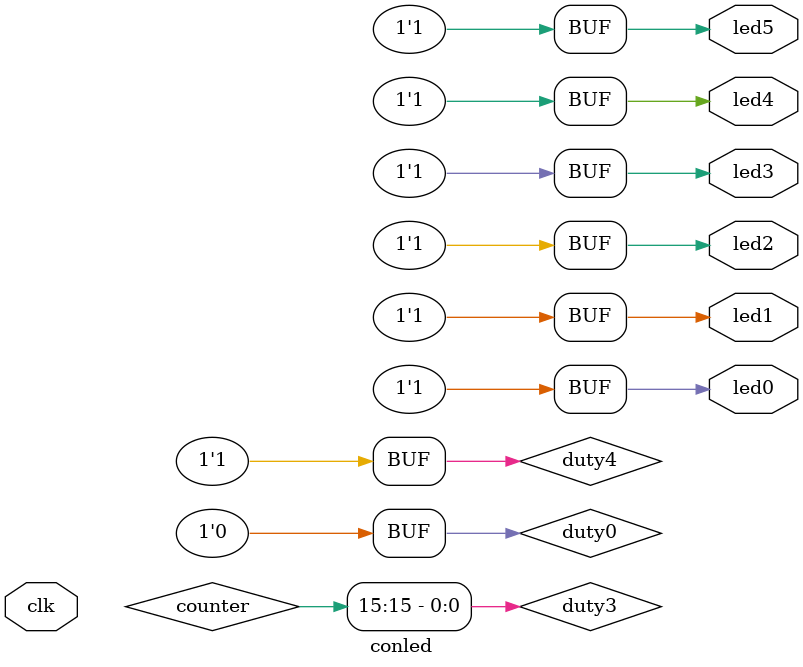
<source format=v>
module conled(
    input clk,
    output led0,
    output led1,
    output led2,
    output led3,
    output led4,
    output led5
    );
reg [25:0] counter;
reg [5:0] ledout;
assign {led0,led1,led2,led3,led4,led5}=6'b111111;
assign duty0=0;
assign duty1=counter[15]&counter[16]&counter[17];
assign duty2=counter[15]&counter[16];
assign duty3=counter[15];
assign duty4=1;
always @(posedge clk)
begin
	counter<=counter+1;
	case (counter[25:23])
    3'b000:ledout={duty0,duty4,duty3,duty2,duty1,duty0};
    3'b001:ledout={duty4,duty3,duty2,duty1,duty0,duty0};
    3'b010:ledout={duty3,duty2,duty1,duty0,duty0,duty0};
    3'b011:ledout={duty2,duty1,duty0,duty0,duty0,duty0};
    3'b100:ledout={duty1,duty0,duty0,duty0,duty0,duty4};
    3'b101:ledout={duty0,duty0,duty0,duty0,duty4,duty3};
    3'b110:ledout={duty0,duty0,duty0,duty4,duty3,duty2};
    default:ledout={duty0,duty0,duty4,duty3,duty2,duty1};
  endcase
end
endmodule
</source>
